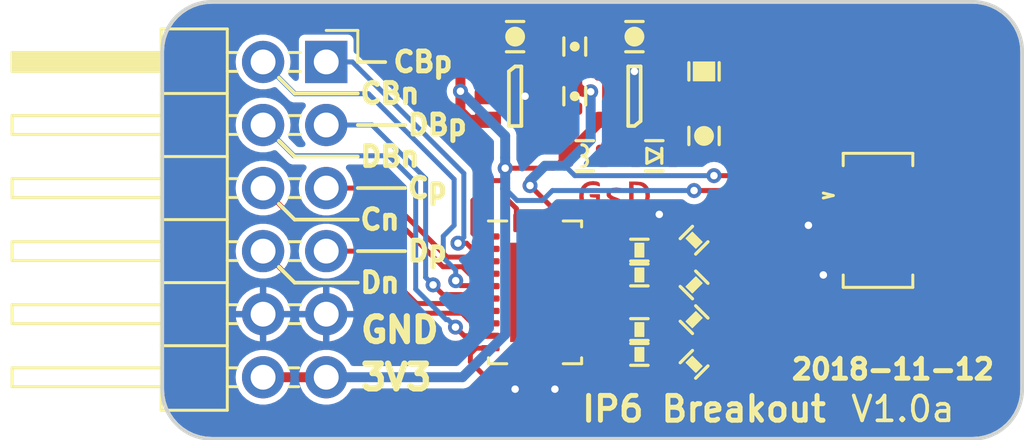
<source format=kicad_pcb>
(kicad_pcb (version 20221018) (generator pcbnew)
  (title_block (title "iCEBreaker PMOD - MIPI ipod nano 6 breakout") (date "2018-11-04") (rev "V1.0a") (company "GsD") (comment 1 "2018 (C) Greg Davill<greg.davill@gmail.com>") (comment 3 "License: CC-BY-SA 4.0"))
  (layers (0 "F.Cu" signal) (31 "B.Cu" signal) (34 "B.Paste" user) (35 "F.Paste" user) (36 "B.SilkS" user "B.Silkscreen") (37 "F.SilkS" user "F.Silkscreen") (38 "B.Mask" user) (39 "F.Mask" user) (44 "Edge.Cuts" user))
  (net 0 "")
  (net 1 "GND")
  (net 2 "+3V3")
  (net 3 "/DAT_BIAS_P")
  (net 4 "/DAT_BIAS_N")
  (net 5 "/CLK_BIAS_N")
  (net 6 "/CLK_BIAS_P")
  (net 7 "/CLK_N")
  (net 8 "/CLK_P")
  (net 9 "/D0_N")
  (net 10 "/D0_P")
  (net 11 "/LED+")
  (net 12 "Net-(D1-Pad2)")
  (net 13 "+1V8")
  (net 14 "/SYNC")
  (net 15 "Net-(U3-Pad4)")
  (net 16 "/LED-")
  (net 17 "/_DAT_BIAS_P")
  (net 18 "/_DAT_BIAS_N")
  (net 19 "/_CLK_BIAS_N")
  (net 20 "/_CLK_BIAS_P")
  (net 21 "/_D0_N")
  (net 22 "/_D0_P")
  (net 23 "/_CLK_N")
  (net 24 "/_CLK_P")
  (net 25 "/LCD_CLK_P")
  (net 26 "/LCD_CLK_N")
  (net 27 "/LCD_D0_P")
  (net 28 "/LCD_D0_N")
  (footprint "pkl_connectors:PMODHeader_2x06_P2.54mm_Horizontal" (layer "F.Cu") (at 44 38.92 180)
    (fp_text reference "J4")
    (fp_text value "PMOD")
    (pad "1" thru_hole rect (at 0 12.7 180) (size 1.7 1.7) (drill 1) (layers "*.Cu" "*.Mask") (net 20 "/_CLK_BIAS_P"))
    (pad "2" thru_hole oval (at 0 10.16 180) (size 1.7 1.7) (drill 1) (layers "*.Cu" "*.Mask") (net 17 "/_DAT_BIAS_P"))
    (pad "3" thru_hole oval (at 0 7.62 180) (size 1.7 1.7) (drill 1) (layers "*.Cu" "*.Mask") (net 24 "/_CLK_P"))
    (pad "4" thru_hole oval (at 0 5.08 180) (size 1.7 1.7) (drill 1) (layers "*.Cu" "*.Mask") (net 22 "/_D0_P"))
    (pad "5" thru_hole oval (at 0 2.54 180) (size 1.7 1.7) (drill 1) (layers "*.Cu" "*.Mask") (net 1 "GND"))
    (pad "6" thru_hole circle (at 0 0 180) (size 1.7 1.7) (drill 1) (layers "*.Cu" "*.Mask") (net 2 "+3V3"))
    (pad "7" thru_hole circle (at 2.54 12.7 180) (size 1.7 1.7) (drill 1) (layers "*.Cu" "*.Mask") (net 19 "/_CLK_BIAS_N"))
    (pad "8" thru_hole oval (at 2.54 10.16 180) (size 1.7 1.7) (drill 1) (layers "*.Cu" "*.Mask") (net 18 "/_DAT_BIAS_N"))
    (pad "9" thru_hole oval (at 2.54 7.62 180) (size 1.7 1.7) (drill 1) (layers "*.Cu" "*.Mask") (net 23 "/_CLK_N"))
    (pad "10" thru_hole oval (at 2.54 5.08 180) (size 1.7 1.7) (drill 1) (layers "*.Cu" "*.Mask") (net 21 "/_D0_N"))
    (pad "11" thru_hole oval (at 2.54 2.54 180) (size 1.7 1.7) (drill 1) (layers "*.Cu" "*.Mask") (net 1 "GND"))
    (pad "12" thru_hole oval (at 2.54 0 180) (size 1.7 1.7) (drill 1) (layers "*.Cu" "*.Mask") (net 2 "+3V3"))
  )
  (footprint "pkl_dipol:C_0603" (layer "F.Cu") (at 56.4 25.2)
    (fp_text reference "C2")
    (fp_text value "10u")
    (pad "1" smd roundrect (at -0.75 0) (size 0.6 0.9) (layers "F.Cu" "F.Paste" "F.Mask") (net 2 "+3V3"))
    (pad "2" smd roundrect (at 0.75 0) (size 0.6 0.9) (layers "F.Cu" "F.Paste" "F.Mask") (net 1 "GND"))
  )
  (footprint "pkl_dipol:C_0402" (layer "F.Cu") (at 54 25.6 90)
    (fp_text reference "C6")
    (fp_text value "100n")
    (pad "1" smd roundrect (at -0.5 0 90) (size 0.5 0.6) (layers "F.Cu" "F.Paste" "F.Mask") (net 2 "+3V3"))
    (pad "2" smd roundrect (at 0.5 0 90) (size 0.5 0.6) (layers "F.Cu" "F.Paste" "F.Mask") (net 1 "GND"))
  )
  (footprint "pkl_dipol:C_0603" (layer "F.Cu") (at 59.2 29.2 90)
    (fp_text reference "C7")
    (fp_text value "1u")
    (pad "1" smd roundrect (at -0.75 0 90) (size 0.6 0.9) (layers "F.Cu" "F.Paste" "F.Mask") (net 11 "/LED+"))
    (pad "2" smd roundrect (at 0.75 0 90) (size 0.6 0.9) (layers "F.Cu" "F.Paste" "F.Mask") (net 1 "GND"))
  )
  (footprint "pkl_dipol:D_0603" (layer "F.Cu") (at 57.2 30 180)
    (fp_text reference "D1")
    (fp_text value "SS14")
    (pad "1" smd roundrect (at -0.75 0) (size 0.6 0.9) (layers "F.Cu" "F.Paste" "F.Mask") (net 11 "/LED+"))
    (pad "2" smd roundrect (at 0.75 0) (size 0.6 0.9) (layers "F.Cu" "F.Paste" "F.Mask") (net 12 "Net-(D1-Pad2)"))
  )
  (footprint "pkl_dipol:L_0603" (layer "F.Cu") (at 54.4 30 180)
    (fp_text reference "L2")
    (fp_text value "10uH")
    (pad "1" smd roundrect (at -0.75 0 180) (size 0.6 0.9) (layers "F.Cu" "F.Paste" "F.Mask") (net 12 "Net-(D1-Pad2)"))
    (pad "2" smd roundrect (at 0.75 0 180) (size 0.6 0.9) (layers "F.Cu" "F.Paste" "F.Mask") (net 2 "+3V3"))
  )
  (footprint "pkl_dipol:R_0603" (layer "F.Cu") (at 59.2 26.600001 -90)
    (fp_text reference "R26")
    (fp_text value "--")
    (pad "1" smd roundrect (at -0.75 0 270) (size 0.6 0.9) (layers "F.Cu" "F.Paste" "F.Mask") (net 16 "/LED-"))
    (pad "2" smd roundrect (at 0.75 0 270) (size 0.6 0.9) (layers "F.Cu" "F.Paste" "F.Mask") (net 1 "GND"))
  )
  (footprint "pkl_housings_sot:SOT-23-5" (layer "F.Cu") (at 56.4 27.599999)
    (fp_text reference "U5")
    (fp_text value "FAN5333A")
    (pad "1" smd roundrect (at 1.1 0.95 180) (size 1.06 0.65) (layers "F.Cu" "F.Paste" "F.Mask") (net 12 "Net-(D1-Pad2)"))
    (pad "2" smd roundrect (at 1.1 0 180) (size 1.06 0.65) (layers "F.Cu" "F.Paste" "F.Mask") (net 1 "GND"))
    (pad "3" smd roundrect (at 1.1 -0.95 180) (size 1.06 0.65) (layers "F.Cu" "F.Paste" "F.Mask") (net 16 "/LED-"))
    (pad "4" smd roundrect (at -1.1 -0.95 180) (size 1.06 0.65) (layers "F.Cu" "F.Paste" "F.Mask") (net 2 "+3V3"))
    (pad "5" smd roundrect (at -1.1 0.95 180) (size 1.06 0.65) (layers "F.Cu" "F.Paste" "F.Mask") (net 2 "+3V3"))
  )
  (footprint "pkl_housings_sot:SOT-23-5" (layer "F.Cu") (at 51.6 27.6 180)
    (fp_text reference "U3")
    (fp_text value "1V8")
    (pad "1" smd roundrect (at 1.1 0.95) (size 1.06 0.65) (layers "F.Cu" "F.Paste" "F.Mask") (net 2 "+3V3"))
    (pad "2" smd roundrect (at 1.1 0) (size 1.06 0.65) (layers "F.Cu" "F.Paste" "F.Mask") (net 1 "GND"))
    (pad "3" smd roundrect (at 1.1 -0.95) (size 1.06 0.65) (layers "F.Cu" "F.Paste" "F.Mask") (net 2 "+3V3"))
    (pad "4" smd roundrect (at -1.1 -0.95) (size 1.06 0.65) (layers "F.Cu" "F.Paste" "F.Mask") (net 15 "Net-(U3-Pad4)"))
    (pad "5" smd roundrect (at -1.1 0.95) (size 1.06 0.65) (layers "F.Cu" "F.Paste" "F.Mask") (net 13 "+1V8"))
  )
  (footprint "LOGO" (layer "F.Cu") (at 55.6 31.7)
    (fp_text reference "G***" hide)
    (fp_text value "LOGO" hide)
    (fp_poly (pts (xy 0.809625 -0.656049) (xy 0.948894 -0.652824) (xy 1.055352 -0.641742) (xy 1.138164 -0.620435) (xy 1.206496 -0.586535) (xy 1.269512 -0.537672) (xy 1.270237 -0.537018) (xy 1.340037 -0.45732) (xy 1.386054 -0.362298) (xy 1.410458 -0.244688) (xy 1.415419 -0.097228) (xy 1.413931 -0.056017) (xy 1.39408 0.106816) (xy 1.349894 0.237949) (xy 1.279148 0.339287) (xy 1.179619 0.412731) (xy 1.049083 0.460187) (xy 0.885316 0.483556) (xy 0.779803 0.486833) (xy 0.592667 0.486833) (xy 0.592667 0.338667) (xy 0.762 0.338667) (xy 0.884039 0.338667) (xy 0.998972 0.327347) (xy 1.079303 0.299395) (xy 1.160578 0.233792) (xy 1.215228 0.137724) (xy 1.243868 0.009786) (xy 1.248834 -0.087568) (xy 1.23982 -0.236059) (xy 1.21085 -0.349515) (xy 1.159033 -0.431642) (xy 1.081476 -0.486148) (xy 0.975288 -0.516738) (xy 0.908005 -0.524408) (xy 0.762 -0.534855) (xy 0.762 0.338667) (xy 0.592667 0.338667) (xy 0.592667 -0.656167) (xy 0.809625 -0.656049)) (stroke (width 0.01)) (fill solid) (layer "F.Cu"))
    (fp_poly (pts (xy -0.729586 -0.662399) (xy -0.677333 -0.647505) (xy -0.626418 -0.62313) (xy -0.603622 -0.588205) (xy -0.59668 -0.543282) (xy -0.593267 -0.492195) (xy -0.600915 -0.471095) (xy -0.629252 -0.474961) (xy -0.684652 -0.497417) (xy -0.793084 -0.52487) (xy -0.911313 -0.52619) (xy -1.021487 -0.502134) (xy -1.067329 -0.481194) (xy -1.152001 -0.414193) (xy -1.209167 -0.323118) (xy -1.240724 -0.203739) (xy -1.248833 -0.077437) (xy -1.235812 0.076285) (xy -1.196686 0.196724) (xy -1.131367 0.283993) (xy -1.039764 0.338206) (xy -0.921786 0.359477) (xy -0.902158 0.359833) (xy -0.827591 0.358133) (xy -0.78048 0.347764) (xy -0.754524 0.320825) (xy -0.743421 0.269416) (xy -0.740872 0.185636) (xy -0.740833 0.157542) (xy -0.740833 -0.019054) (xy -0.862541 -0.025402) (xy -0.931356 -0.030401) (xy -0.968596 -0.039801) (xy -0.985008 -0.059004) (xy -0.990947 -0.089958) (xy -0.997645 -0.148167) (xy -0.592666 -0.148167) (xy -0.592666 0.440359) (xy -0.661458 0.46483) (xy -0.746414 0.485276) (xy -0.850823 0.496713) (xy -0.957542 0.498477) (xy -1.049423 0.489902) (xy -1.085247 0.481267) (xy -1.208581 0.422253) (xy -1.302342 0.335079) (xy -1.367447 0.218338) (xy -1.404808 0.070623) (xy -1.413852 -0.024121) (xy -1.40885 -0.20249) (xy -1.373738 -0.351868) (xy -1.307754 -0.47377) (xy -1.210142 -0.569709) (xy -1.111404 -0.627564) (xy -0.992941 -0.664104) (xy -0.859141 -0.676016) (xy -0.729586 -0.662399)) (stroke (width 0.01)) (fill solid) (layer "F.Cu"))
    (fp_poly (pts (xy 0.162577 -0.408638) (xy 0.231651 -0.397665) (xy 0.269226 -0.38476) (xy 0.285863 -0.363181) (xy 0.292122 -0.326181) (xy 0.292151 -0.325883) (xy 0.298552 -0.260216) (xy 0.140244 -0.270375) (xy 0.023554 -0.274289) (xy -0.058453 -0.267638) (xy -0.112413 -0.249068) (xy -0.144962 -0.217221) (xy -0.1483 -0.211417) (xy -0.159408 -0.158528) (xy -0.131713 -0.111118) (xy -0.063856 -0.06759) (xy -0.005378 -0.043426) (xy 0.120986 0.004376) (xy 0.212326 0.044812) (xy 0.274186 0.082617) (xy 0.312111 0.122522) (xy 0.331646 0.16926) (xy 0.338334 0.227561) (xy 0.338667 0.250217) (xy 0.332061 0.319458) (xy 0.306108 0.369754) (xy 0.275785 0.401589) (xy 0.193201 0.454029) (xy 0.081845 0.489442) (xy -0.047579 0.506087) (xy -0.184364 0.50222) (xy -0.264583 0.489528) (xy -0.310364 0.472303) (xy -0.330277 0.436937) (xy -0.334784 0.40645) (xy -0.341485 0.336834) (xy -0.228951 0.353625) (xy -0.077646 0.369325) (xy 0.038464 0.366191) (xy 0.11832 0.344321) (xy 0.151534 0.318598) (xy 0.179753 0.277874) (xy 0.1905 0.251655) (xy 0.170586 0.212403) (xy 0.114686 0.169922) (xy 0.028559 0.127998) (xy -0.031142 0.106035) (xy -0.115912 0.072019) (xy -0.195079 0.030549) (xy -0.245396 -0.004577) (xy -0.292577 -0.05312) (xy -0.313312 -0.100997) (xy -0.3175 -0.159315) (xy -0.298442 -0.24985) (xy -0.244324 -0.323152) (xy -0.159727 -0.376842) (xy -0.04923 -0.40854) (xy 0.082583 -0.415868) (xy 0.162577 -0.408638)) (stroke (width 0.01)) (fill solid) (layer "F.Cu"))
  )
  (footprint "pkl_dipol:R_0402" (layer "F.Cu") (at 58.8 36.6 135)
    (fp_text reference "R15")
    (fp_text value "47R")
    (pad "1" smd roundrect (at -0.499999 0 135) (size 0.5 0.6) (layers "F.Cu" "F.Paste" "F.Mask") (net 27 "/LCD_D0_P"))
    (pad "2" smd roundrect (at 0.499999 0 135) (size 0.5 0.6) (layers "F.Cu" "F.Paste" "F.Mask") (net 3 "/DAT_BIAS_P"))
  )
  (footprint "pkl_dipol:R_0402" (layer "F.Cu") (at 56.6 38 180)
    (fp_text reference "R4")
    (fp_text value "220R")
    (pad "1" smd roundrect (at -0.5 0 180) (size 0.5 0.6) (layers "F.Cu" "F.Paste" "F.Mask") (net 28 "/LCD_D0_N"))
    (pad "2" smd roundrect (at 0.5 0 180) (size 0.5 0.6) (layers "F.Cu" "F.Paste" "F.Mask") (net 9 "/D0_N"))
  )
  (footprint "pkl_dipol:R_0402" (layer "F.Cu") (at 58.8 38.4 -135)
    (fp_text reference "R16")
    (fp_text value "47R")
    (pad "1" smd roundrect (at -0.499999 0 225) (size 0.5 0.6) (layers "F.Cu" "F.Paste" "F.Mask") (net 28 "/LCD_D0_N"))
    (pad "2" smd roundrect (at 0.499999 0 225) (size 0.5 0.6) (layers "F.Cu" "F.Paste" "F.Mask") (net 4 "/DAT_BIAS_N"))
  )
  (footprint "pkl_dipol:R_0402" (layer "F.Cu") (at 56.6 37 180)
    (fp_text reference "R3")
    (fp_text value "220R")
    (pad "1" smd roundrect (at -0.5 0 180) (size 0.5 0.6) (layers "F.Cu" "F.Paste" "F.Mask") (net 27 "/LCD_D0_P"))
    (pad "2" smd roundrect (at 0.5 0 180) (size 0.5 0.6) (layers "F.Cu" "F.Paste" "F.Mask") (net 10 "/D0_P"))
  )
  (footprint "pkl_dipol:R_0402" (layer "F.Cu") (at 58.8 35.2 -45)
    (fp_text reference "R12")
    (fp_text value "47R")
    (pad "1" smd roundrect (at -0.499999 0 315) (size 0.5 0.6) (layers "F.Cu" "F.Paste" "F.Mask") (net 26 "/LCD_CLK_N"))
    (pad "2" smd roundrect (at 0.499999 0 315) (size 0.5 0.6) (layers "F.Cu" "F.Paste" "F.Mask") (net 5 "/CLK_BIAS_N"))
  )
  (footprint "pkl_dipol:R_0402" (layer "F.Cu") (at 58.799999 33.4 45)
    (fp_text reference "R11")
    (fp_text value "47R")
    (pad "1" smd roundrect (at -0.499999 0 45) (size 0.5 0.6) (layers "F.Cu" "F.Paste" "F.Mask") (net 25 "/LCD_CLK_P"))
    (pad "2" smd roundrect (at 0.499999 0 45) (size 0.5 0.6) (layers "F.Cu" "F.Paste" "F.Mask") (net 6 "/CLK_BIAS_P"))
  )
  (footprint "pkl_dipol:R_0402" (layer "F.Cu") (at 56.6 33.8 180)
    (fp_text reference "R5")
    (fp_text value "220R")
    (pad "1" smd roundrect (at -0.5 0 180) (size 0.5 0.6) (layers "F.Cu" "F.Paste" "F.Mask") (net 25 "/LCD_CLK_P"))
    (pad "2" smd roundrect (at 0.5 0 180) (size 0.5 0.6) (layers "F.Cu" "F.Paste" "F.Mask") (net 8 "/CLK_P"))
  )
  (footprint "pkl_dipol:R_0402" (layer "F.Cu") (at 56.6 34.8 180)
    (fp_text reference "R6")
    (fp_text value "220R")
    (pad "1" smd roundrect (at -0.5 0 180) (size 0.5 0.6) (layers "F.Cu" "F.Paste" "F.Mask") (net 26 "/LCD_CLK_N"))
    (pad "2" smd roundrect (at 0.5 0 180) (size 0.5 0.6) (layers "F.Cu" "F.Paste" "F.Mask") (net 7 "/CLK_N"))
  )
  (footprint "Molex_SlimStack-502430-1410_2x07_P0.4mm_Vertical" (layer "F.Cu") (at 66.2 32.6 -90)
    (fp_text reference "J1" (at 0 -2.39 270) (layer "F.SilkS") (effects (font (size 0 0))))
    (fp_text value "Molex 503548-1220")
    (pad "1" smd rect (at -1 1.235 270) (size 0.22 0.66) (layers "F.Cu" "F.Paste" "F.Mask") (net 25 "/LCD_CLK_P"))
    (pad "2" smd rect (at -1 -1.235 270) (size 0.22 0.66) (layers "F.Cu" "F.Paste" "F.Mask") (net 2 "+3V3"))
    (pad "3" smd rect (at -0.6 1.235 270) (size 0.22 0.66) (layers "F.Cu" "F.Paste" "F.Mask") (net 26 "/LCD_CLK_N"))
    (pad "4" smd rect (at -0.6 -1.235 270) (size 0.22 0.66) (layers "F.Cu" "F.Paste" "F.Mask") (net 13 "+1V8"))
    (pad "5" smd rect (at -0.2 1.235 270) (size 0.22 0.66) (layers "F.Cu" "F.Paste" "F.Mask") (net 1 "GND"))
    (pad "6" smd rect (at -0.2 -1.235 270) (size 0.22 0.66) (layers "F.Cu" "F.Paste" "F.Mask") (net 14 "/SYNC"))
    (pad "7" smd rect (at 0.2 1.235 270) (size 0.22 0.66) (layers "F.Cu" "F.Paste" "F.Mask") (net 27 "/LCD_D0_P"))
    (pad "8" smd rect (at 0.2 -1.235 270) (size 0.22 0.66) (layers "F.Cu" "F.Paste" "F.Mask") (net 13 "+1V8"))
    (pad "9" smd rect (at 0.6 1.235 270) (size 0.22 0.66) (layers "F.Cu" "F.Paste" "F.Mask") (net 28 "/LCD_D0_N"))
    (pad "10" smd rect (at 0.6 -1.235 270) (size 0.22 0.66) (layers "F.Cu" "F.Paste" "F.Mask") (net 11 "/LED+"))
    (pad "11" smd rect (at 1 1.235 270) (size 0.22 0.66) (layers "F.Cu" "F.Paste" "F.Mask") (net 1 "GND"))
    (pad "12" smd rect (at 1 -1.235 270) (size 0.22 0.66) (layers "F.Cu" "F.Paste" "F.Mask") (net 16 "/LED-"))
    (pad "13" smd rect (at -1.74 -1.195 270) (size 0.5 0.47) (layers "F.Cu" "F.Paste" "F.Mask"))
    (pad "13" smd rect (at -1.74 1.195 270) (size 0.5 0.47) (layers "F.Cu" "F.Paste" "F.Mask"))
    (pad "13" smd rect (at 1.74 -1.195 270) (size 0.5 0.47) (layers "F.Cu" "F.Paste" "F.Mask"))
    (pad "13" smd rect (at 1.74 1.195 270) (size 0.5 0.47) (layers "F.Cu" "F.Paste" "F.Mask"))
  )
  (footprint "pkl_dipol:C_0603" (layer "F.Cu") (at 51.6 25.2)
    (fp_text reference "C1")
    (fp_text value "10u")
    (pad "1" smd roundrect (at -0.75 0) (size 0.6 0.9) (layers "F.Cu" "F.Paste" "F.Mask") (net 2 "+3V3"))
    (pad "2" smd roundrect (at 0.75 0) (size 0.6 0.9) (layers "F.Cu" "F.Paste" "F.Mask") (net 1 "GND"))
  )
  (footprint "pkl_dipol:C_0402" (layer "F.Cu") (at 54 27.6 -90)
    (fp_text reference "C8")
    (fp_text value "100n")
    (pad "1" smd roundrect (at -0.5 0 270) (size 0.5 0.6) (layers "F.Cu" "F.Paste" "F.Mask") (net 13 "+1V8"))
    (pad "2" smd roundrect (at 0.5 0 270) (size 0.5 0.6) (layers "F.Cu" "F.Paste" "F.Mask") (net 1 "GND"))
  )
  (footprint "pkl_housings_dfn_qfn:DHVQFN-24-1EP_5.5x3.5mm_P0.5mm" (layer "F.Cu") (at 52.4 35.5)
    (fp_text reference "U1" (at 0 -4.175) (layer "F.SilkS") (effects (font (size 0 0))))
    (fp_text value "74LVC4245A")
    (pad "1" smd roundrect (at -0.75 -2.8 90) (size 0.75 0.25) (layers "F.Cu" "F.Paste" "F.Mask") (net 2 "+3V3"))
    (pad "2" smd roundrect (at -1.8 -2.25) (size 0.75 0.25) (layers "F.Cu" "F.Paste" "F.Mask") (net 2 "+3V3"))
    (pad "3" smd roundrect (at -1.8 -1.75) (size 0.75 0.25) (layers "F.Cu" "F.Paste" "F.Mask") (net 20 "/_CLK_BIAS_P"))
    (pad "4" smd roundrect (at -1.8 -1.25) (size 0.75 0.25) (layers "F.Cu" "F.Paste" "F.Mask") (net 24 "/_CLK_P"))
    (pad "5" smd roundrect (at -1.8 -0.75) (size 0.75 0.25) (layers "F.Cu" "F.Paste" "F.Mask") (net 23 "/_CLK_N"))
    (pad "6" smd roundrect (at -1.8 -0.25) (size 0.75 0.25) (layers "F.Cu" "F.Paste" "F.Mask") (net 19 "/_CLK_BIAS_N"))
    (pad "7" smd roundrect (at -1.8 0.25) (size 0.75 0.25) (layers "F.Cu" "F.Paste" "F.Mask") (net 17 "/_DAT_BIAS_P"))
    (pad "8" smd roundrect (at -1.8 0.75) (size 0.75 0.25) (layers "F.Cu" "F.Paste" "F.Mask") (net 22 "/_D0_P"))
    (pad "9" smd roundrect (at -1.8 1.25) (size 0.75 0.25) (layers "F.Cu" "F.Paste" "F.Mask") (net 21 "/_D0_N"))
    (pad "10" smd roundrect (at -1.8 1.75) (size 0.75 0.25) (layers "F.Cu" "F.Paste" "F.Mask") (net 18 "/_DAT_BIAS_N"))
    (pad "11" smd roundrect (at -1.8 2.25) (size 0.75 0.25) (layers "F.Cu" "F.Paste" "F.Mask") (net 1 "GND"))
    (pad "12" smd roundrect (at -0.75 2.8 90) (size 0.75 0.25) (layers "F.Cu" "F.Paste" "F.Mask") (net 1 "GND"))
    (pad "13" smd roundrect (at 0.75 2.8 90) (size 0.75 0.25) (layers "F.Cu" "F.Paste" "F.Mask") (net 1 "GND"))
    (pad "14" smd roundrect (at 1.8 2.25) (size 0.75 0.25) (layers "F.Cu" "F.Paste" "F.Mask") (net 4 "/DAT_BIAS_N"))
    (pad "15" smd roundrect (at 1.8 1.75) (size 0.75 0.25) (layers "F.Cu" "F.Paste" "F.Mask") (net 9 "/D0_N"))
    (pad "16" smd roundrect (at 1.8 1.25) (size 0.75 0.25) (layers "F.Cu" "F.Paste" "F.Mask") (net 10 "/D0_P"))
    (pad "17" smd roundrect (at 1.8 0.75) (size 0.75 0.25) (layers "F.Cu" "F.Paste" "F.Mask") (net 3 "/DAT_BIAS_P"))
    (pad "18" smd roundrect (at 1.8 0.25) (size 0.75 0.25) (layers "F.Cu" "F.Paste" "F.Mask") (net 5 "/CLK_BIAS_N"))
    (pad "19" smd roundrect (at 1.8 -0.25) (size 0.75 0.25) (layers "F.Cu" "F.Paste" "F.Mask") (net 7 "/CLK_N"))
    (pad "20" smd roundrect (at 1.8 -0.75) (size 0.75 0.25) (layers "F.Cu" "F.Paste" "F.Mask") (net 8 "/CLK_P"))
    (pad "21" smd roundrect (at 1.8 -1.25) (size 0.75 0.25) (layers "F.Cu" "F.Paste" "F.Mask") (net 6 "/CLK_BIAS_P"))
    (pad "22" smd roundrect (at 1.8 -1.75) (size 0.75 0.25) (layers "F.Cu" "F.Paste" "F.Mask") (net 1 "GND"))
    (pad "23" smd roundrect (at 1.8 -2.25) (size 0.75 0.25) (layers "F.Cu" "F.Paste" "F.Mask") (net 13 "+1V8"))
    (pad "24" smd roundrect (at 0.75 -2.8 90) (size 0.75 0.25) (layers "F.Cu" "F.Paste" "F.Mask") (net 13 "+1V8"))
    (pad "25" smd rect (at 0 0) (size 2 4) (layers "F.Cu" "F.Mask") (net 1 "GND"))
  )
  (gr_line (start 45.27 28.76) (end 47.175 28.76) (stroke (width 0.15)) (layer "F.SilkS"))
  (gr_line (start 42.73 30.03) (end 45.27 30.03) (stroke (width 0.15)) (layer "F.SilkS"))
  (gr_line (start 42.73 35.11) (end 45.27 35.11) (stroke (width 0.15)) (layer "F.SilkS"))
  (gr_line (start 45.27 33.84) (end 47.175 33.84) (stroke (width 0.15)) (layer "F.SilkS"))
  (gr_line (start 42.73 27.49) (end 45.27 27.49) (stroke (width 0.15)) (layer "F.SilkS"))
  (gr_line (start 42.73 32.57) (end 45.27 32.57) (stroke (width 0.15)) (layer "F.SilkS"))
  (gr_line (start 45.27 26.22) (end 46.375 26.225) (stroke (width 0.15)) (layer "F.SilkS"))
  (gr_line (start 42.095 26.855) (end 42.73 27.49) (stroke (width 0.15)) (layer "F.SilkS"))
  (gr_line (start 42.095 34.475) (end 42.73 35.11) (stroke (width 0.15)) (layer "F.SilkS"))
  (gr_line (start 42.095 29.395) (end 42.73 30.03) (stroke (width 0.15)) (layer "F.SilkS"))
  (gr_line (start 42.095 31.935) (end 42.73 32.57) (stroke (width 0.15)) (layer "F.SilkS"))
  (gr_line (start 45.27 31.3) (end 47.175 31.3) (stroke (width 0.15)) (layer "F.SilkS"))
  (gr_line (start 48 41.4) (end 70 41.4) (stroke (width 0.15)) (layer "Edge.Cuts"))
  (gr_arc (start 39.4 41.4) (mid 37.985786 40.814214) (end 37.4 39.4) (stroke (width 0.15)) (layer "Edge.Cuts"))
  (gr_arc (start 70 23.8) (mid 71.414214 24.385786) (end 72 25.8) (stroke (width 0.15)) (layer "Edge.Cuts"))
  (gr_arc (start 37.4 25.8) (mid 37.985786 24.385786) (end 39.4 23.8) (stroke (width 0.15)) (layer "Edge.Cuts"))
  (gr_line (start 72 25.8) (end 72 39.4) (stroke (width 0.15)) (layer "Edge.Cuts"))
  (gr_arc (start 72 39.4) (mid 71.414214 40.814214) (end 70 41.4) (stroke (width 0.15)) (layer "Edge.Cuts"))
  (gr_line (start 37.4 39.4) (end 37.4 25.8) (stroke (width 0.15)) (layer "Edge.Cuts"))
  (gr_line (start 48 41.4) (end 39.4 41.4) (stroke (width 0.15)) (layer "Edge.Cuts"))
  (gr_line (start 39.4 23.8) (end 70 23.8) (stroke (width 0.15)) (layer "Edge.Cuts"))
  (gr_text "V1.0a" (at 67.2 40.2) (layer "F.SilkS") (effects (font (size 1 1))))
  (gr_text "CBp" (at 46.6 26.22) (layer "F.SilkS") (effects (font (size 0.8 0.8) (thickness 0.2)) (justify left)))
  (gr_text "CBn" (at 45.27 27.49) (layer "F.SilkS") (effects (font (size 0.8 0.8) (thickness 0.2)) (justify left)))
  (gr_text "DBp\n" (at 47.175 28.76) (layer "F.SilkS") (effects (font (size 0.8 0.8) (thickness 0.2)) (justify left)))
  (gr_text "DBn" (at 45.27 30.03) (layer "F.SilkS") (effects (font (size 0.8 0.8) (thickness 0.2)) (justify left)))
  (gr_text "Cp" (at 47.175 31.3) (layer "F.SilkS") (effects (font (size 0.8 0.8) (thickness 0.2)) (justify left)))
  (gr_text "Cn" (at 45.27 32.57) (layer "F.SilkS") (effects (font (size 0.8 0.8) (thickness 0.2)) (justify left)))
  (gr_text "3V3" (at 45.27 38.92) (layer "F.SilkS") (effects (font (size 1 1) (thickness 0.25)) (justify left)))
  (gr_text "GND" (at 45.27 37.015) (layer "F.SilkS") (effects (font (size 1 1) (thickness 0.25)) (justify left)))
  (gr_text "Dp" (at 47.175 33.84) (layer "F.SilkS") (effects (font (size 0.8 0.8) (thickness 0.2)) (justify left)))
  (gr_text "Dn" (at 45.27 35.11) (layer "F.SilkS") (effects (font (size 0.8 0.8) (thickness 0.2)) (justify left)))
  (gr_text "2018-11-12" (at 66.8 38.6) (layer "F.SilkS") (effects (font (size 0.8 0.8) (thickness 0.2))))
  (gr_text "IP6 Breakout" (at 59.2 40.2) (layer "F.SilkS") (effects (font (size 1 1) (thickness 0.2))))
  (segment (start 49.8 38.3) (end 50.4 38.9) (width 0.2) (layer "F.Cu") (net 1))
  (segment (start 51.65 38.3) (end 51.65 38.9) (width 0.2) (layer "F.Cu") (net 1))
  (segment (start 64.965 32.4) (end 63.8 32.4) (width 0.2) (layer "F.Cu") (net 1))
  (segment (start 50.6 37.75) (end 50.025 37.75) (width 0.2) (layer "F.Cu") (net 1))
  (segment (start 51.8 25.75) (end 52.35 25.2) (width 0.4) (layer "F.Cu") (net 1))
  (segment (start 59.2 28.45) (end 59.2 27.350001) (width 0.4) (layer "F.Cu") (net 1))
  (segment (start 49.8 37.975) (end 49.8 38.3) (width 0.2) (layer "F.Cu") (net 1))
  (segment (start 51.65 36.25) (end 52.4 35.5) (width 0.2) (layer "F.Cu") (net 1))
  (segment (start 51.8 27.6) (end 51.8 25.75) (width 0.4) (layer "F.Cu") (net 1))
  (segment (start 50.025 37.75) (end 49.8 37.975) (width 0.2) (layer "F.Cu") (net 1))
  (segment (start 50.5 27.6) (end 51.8 27.6) (width 0.4) (layer "F.Cu") (net 1))
  (segment (start 57.15 25.45) (end 56.4 26.2) (width 0.4) (layer "F.Cu") (net 1))
  (segment (start 53.018942 27.6) (end 53.518942 28.1) (width 0.4) (layer "F.Cu") (net 1))
  (segment (start 53.15 36.25) (end 52.4 35.5) (width 0.2) (layer "F.Cu") (net 1))
  (segment (start 53.15 38.3) (end 53.15 39.35) (width 0.2) (layer "F.Cu") (net 1))
  (segment (start 53.15 39.35) (end 53.2 39.4) (width 0.2) (layer "F.Cu") (net 1))
  (segment (start 64.965 33.6) (end 64.6 33.6) (width 0.2) (layer "F.Cu") (net 1))
  (segment (start 54 25.1) (end 53.3 25.1) (width 0.4) (layer "F.Cu") (net 1))
  (segment (start 52.35 25.2) (end 53.2 25.2) (width 0.4) (layer "F.Cu") (net 1))
  (segment (start 58.4 27.599999) (end 57.5 27.599999) (width 0.4) (layer "F.Cu") (net 1))
  (segment (start 56.4 27.2) (end 56.4 26.6) (width 0.4) (layer "F.Cu") (net 1))
  (segment (start 53.518942 28.1) (end 54 28.1) (width 0.4) (layer "F.Cu") (net 1))
  (segment (start 64 34.2) (end 64 34.8) (width 0.2) (layer "F.Cu") (net 1))
  (segment (start 50.4 38.9) (end 51.65 38.9) (width 0.2) (layer "F.Cu") (net 1))
  (segment (start 51.8 27.6) (end 52 27.6) (width 0.4) (layer "F.Cu") (net 1))
  (segment (start 54.2 33.75) (end 54.78413 33.75) (width 0.2) (layer "F.Cu") (net 1))
  (segment (start 51.65 38.9) (end 51.65 39.35) (width 0.2) (layer "F.Cu") (net 1))
  (segment (start 51.65 38.3) (end 51.65 36.25) (width 0.2) (layer "F.Cu") (net 1))
  (segment (start 56.4 26.6) (end 56.4 26.2) (width 0.4) (layer "F.Cu") (net 1))
  (segment (start 51.65 39.35) (end 51.6 39.4) (width 0.2) (layer "F.Cu") (net 1))
  (segment (start 53.3 25.1) (end 53.2 25.2) (width 0.4) (layer "F.Cu") (net 1))
  (segment (start 57.159999 32.6) (end 57.4 32.359999) (width 0.2) (layer "F.Cu") (net 1))
  (segment (start 53.15 38.3) (end 53.15 36.25) (width 0.2) (layer "F.Cu") (net 1))
  (segment (start 59.2 27.350001) (end 58.65 27.350001) (width 0.4) (layer "F.Cu") (net 1))
  (segment (start 52 27.6) (end 53.018942 27.6) (width 0.4) (layer "F.Cu") (net 1))
  (segment (start 57.15 25.2) (end 57.15 25.45) (width 0.4) (layer "F.Cu") (net 1))
  (segment (start 54.78413 33.75) (end 55.93413 32.6) (width 0.2) (layer "F.Cu") (net 1))
  (segment (start 64.6 33.6) (end 64 34.2) (width 0.2) (layer "F.Cu") (net 1))
  (segment (start 56.799999 27.599999) (end 56.4 27.2) (width 0.4) (layer "F.Cu") (net 1))
  (segment (start 58.65 27.350001) (end 58.4 27.599999) (width 0.4) (layer "F.Cu") (net 1))
  (segment (start 63.8 32.4) (end 63.4 32.8) (width 0.2) (layer "F.Cu") (net 1))
  (segment (start 57.5 27.599999) (end 56.799999 27.599999) (width 0.4) (layer "F.Cu") (net 1))
  (segment (start 55.93413 32.6) (end 57.159999 32.6) (width 0.2) (layer "F.Cu") (net 1))
  (via (at 53.2 39.4) (size 0.6) (drill 0.3) (layers "F.Cu" "B.Cu") (net 1))
  (via (at 51.6 39.4) (size 0.6) (drill 0.3) (layers "F.Cu" "B.Cu") (net 1))
  (via (at 57.4 32.359999) (size 0.6) (drill 0.3) (layers "F.Cu" "B.Cu") (net 1))
  (via (at 52 27.6) (size 0.6) (drill 0.3) (layers "F.Cu" "B.Cu") (net 1))
  (via (at 63.4 32.8) (size 0.6) (drill 0.3) (layers "F.Cu" "B.Cu") (net 1))
  (via (at 64 34.8) (size 0.6) (drill 0.3) (layers "F.Cu" "B.Cu") (net 1))
  (via (at 56.4 26.6) (size 0.6) (drill 0.3) (layers "F.Cu" "B.Cu") (net 1))
  (segment (start 49.4 26.6) (end 49.4 25.6) (width 0.4) (layer "F.Cu") (net 2))
  (segment (start 51.199988 31.674988) (end 51.199988 31.000012) (width 0.2) (layer "F.Cu") (net 2))
  (segment (start 49.45 26.65) (end 49.4 26.6) (width 0.4) (layer "F.Cu") (net 2))
  (segment (start 50.6 33.25) (end 50.025 33.25) (width 0.2) (layer "F.Cu") (net 2))
  (segment (start 49.9 31.8) (end 50.699988 31.000012) (width 0.2) (layer "F.Cu") (net 2))
  (segment (start 51.199988 31.000012) (end 51.199988 30.5) (width 0.2) (layer "F.Cu") (net 2))
  (segment (start 65.8 30.2) (end 61.8 30.2) (width 0.2) (layer "F.Cu") (net 2))
  (segment (start 60.6 31.4) (end 58.8 31.4) (width 0.2) (layer "F.Cu") (net 2))
  (segment (start 61.8 30.2) (end 60.6 31.4) (width 0.2) (layer "F.Cu") (net 2))
  (segment (start 53.15 30.5) (end 51.624252 30.5) (width 0.2) (layer "F.Cu") (net 2))
  (segment (start 66 30.4) (end 65.8 30.2) (width 0.2) (layer "F.Cu") (net 2))
  (segment (start 49.4 25.6) (end 49.8 25.2) (width 0.4) (layer "F.Cu") (net 2))
  (segment (start 49.75 28.55) (end 49.4 28.2) (width 0.4) (layer "F.Cu") (net 2))
  (segment (start 66.4 31.6) (end 66 31.2) (width 0.2) (layer "F.Cu") (net 2))
  (segment (start 55.100001 28.549999) (end 53.65 30) (width 0.4) (layer "F.Cu") (net 2))
  (segment (start 55.3 26.649999) (end 55.3 28.549999) (width 0.4) (layer "F.Cu") (net 2))
  (segment (start 49.4 28.2) (end 49.4 27.4) (width 0.4) (layer "F.Cu") (net 2))
  (segment (start 50.699988 31.000012) (end 51.199988 31.000012) (width 0.2) (layer "F.Cu") (net 2))
  (segment (start 51.65 32.125) (end 51.199988 31.674988) (width 0.2) (layer "F.Cu") (net 2))
  (segment (start 55.3 26.649999) (end 55.3 26.2) (width 0.4) (layer "F.Cu") (net 2))
  (segment (start 51.65 32.7) (end 51.65 32.125) (width 0.2) (layer "F.Cu") (net 2))
  (segment (start 41.46 38.92) (end 44 38.92) (width 0.4) (layer "F.Cu") (net 2))
  (segment (start 50.5 26.65) (end 49.45 26.65) (width 0.4) (layer "F.Cu") (net 2))
  (segment (start 55.65 25.75) (end 55.3 26.1) (width 0.4) (layer "F.Cu") (net 2))
  (segment (start 67.435 31.6) (end 66.4 31.6) (width 0.2) (layer "F.Cu") (net 2))
  (segment (start 55.3 26.649999) (end 54.549999 26.649999) (width 0.4) (layer "F.Cu") (net 2))
  (segment (start 55.3 28.549999) (end 55.100001 28.549999) (width 0.4) (layer "F.Cu") (net 2))
  (segment (start 53.65 30) (end 53.15 30.5) (width 0.2) (layer "F.Cu") (net 2))
  (segment (start 50.5 28.55) (end 49.75 28.55) (width 0.4) (layer "F.Cu") (net 2))
  (segment (start 54.549999 26.649999) (end 54 26.1) (width 0.4) (layer "F.Cu") (net 2))
  (segment (start 51.624252 30.5) (end 51.199988 30.5) (width 0.2) (layer "F.Cu") (net 2))
  (segment (start 55.3 26.1) (end 55.3 26.2) (width 0.4) (layer "F.Cu") (net 2))
  (segment (start 66 31.2) (end 66 30.4) (width 0.2) (layer "F.Cu") (net 2))
  (segment (start 55.65 25.2) (end 55.65 25.75) (width 0.4) (layer "F.Cu") (net 2))
  (segment (start 50.025 33.25) (end 49.9 33.125) (width 0.2) (layer "F.Cu") (net 2))
  (segment (start 49.9 33.125) (end 49.9 31.8) (width 0.2) (layer "F.Cu") (net 2))
  (segment (start 49.4 27.4) (end 49.4 26.6) (width 0.4) (layer "F.Cu") (net 2))
  (segment (start 49.8 25.2) (end 50.85 25.2) (width 0.4) (layer "F.Cu") (net 2))
  (via (at 58.8 31.4) (size 0.6) (drill 0.3) (layers "F.Cu" "B.Cu") (net 2))
  (via (at 49.4 27.4) (size 0.6) (drill 0.3) (layers "F.Cu" "B.Cu") (net 2))
  (via (at 51.199988 30.5) (size 0.6) (drill 0.3) (layers "F.Cu" "B.Cu") (net 2))
  (segment (start 51.675735 31.799999) (end 51.2 31.324264) (width 0.2) (layer "B.Cu") (net 2))
  (segment (start 53.099999 31.4) (end 52.7 31.799999) (width 0.2) (layer "B.Cu") (net 2))
  (segment (start 51.199988 30.075736) (end 51.199988 30.5) (width 0.4) (layer "B.Cu") (net 2))
  (segment (start 51.2 37.2) (end 51.2 31.324264) (width 0.4) (layer "B.Cu") (net 2))
  (segment (start 51.2 31.324264) (end 51.199988 31.324252) (width 0.4) (layer "B.Cu") (net 2))
  (segment (start 58.8 31.4) (end 53.099999 31.4) (width 0.2) (layer "B.Cu") (net 2))
  (segment (start 51.199988 30.924264) (end 51.199988 30.5) (width 0.4) (layer "B.Cu") (net 2))
  (segment (start 49.48 38.92) (end 51.2 37.2) (width 0.4) (layer "B.Cu") (net 2))
  (segment (start 51.199988 29.199988) (end 51.199988 30.075736) (width 0.4) (layer "B.Cu") (net 2))
  (segment (start 49.4 27.4) (end 51.199988 29.199988) (width 0.4) (layer "B.Cu") (net 2))
  (segment (start 44 38.92) (end 49.48 38.92) (width 0.4) (layer "B.Cu") (net 2))
  (segment (start 52.7 31.799999) (end 51.675735 31.799999) (width 0.2) (layer "B.Cu") (net 2))
  (segment (start 51.199988 31.324252) (end 51.199988 30.924264) (width 0.4) (layer "B.Cu") (net 2))
  (segment (start 58.442894 36.25) (end 58.446447 36.246447) (width 0.2) (layer "F.Cu") (net 3))
  (segment (start 54.2 36.25) (end 58.442894 36.25) (width 0.2) (layer "F.Cu") (net 3))
  (segment (start 55.4 38.4) (end 55.753553 38.753553) (width 0.2) (layer "F.Cu") (net 4))
  (segment (start 55.753553 38.753553) (end 58.446447 38.753553) (width 0.2) (layer "F.Cu") (net 4))
  (segment (start 55.4 38) (end 55.4 38.4) (width 0.2) (layer "F.Cu") (net 4))
  (segment (start 55.15 37.75) (end 55.4 38) (width 0.2) (layer "F.Cu") (net 4))
  (segment (start 55.15 37.75) (end 54.2 37.75) (width 0.2) (layer "F.Cu") (net 4))
  (segment (start 58.05 35.75) (end 58.246447 35.553553) (width 0.2) (layer "F.Cu") (net 5))
  (segment (start 58.246447 35.553553) (end 59.153553 35.553553) (width 0.2) (layer "F.Cu") (net 5))
  (segment (start 54.2 35.75) (end 58.05 35.75) (width 0.2) (layer "F.Cu") (net 5))
  (segment (start 56.3 33.046447) (end 59.153552 33.046447) (width 0.2) (layer "F.Cu") (net 6))
  (segment (start 56.009065 33.046447) (end 56.3 33.046447) (width 0.2) (layer "F.Cu") (net 6))
  (segment (start 54.2 34.25) (end 54.805512 34.25) (width 0.2) (layer "F.Cu") (net 6))
  (segment (start 54.805512 34.25) (end 56.009065 33.046447) (width 0.2) (layer "F.Cu") (net 6))
  (segment (start 55.201556 35.25) (end 55.651556 34.8) (width 0.2) (layer "F.Cu") (net 7))
  (segment (start 55.651556 34.8) (end 56.1 34.8) (width 0.2) (layer "F.Cu") (net 7))
  (segment (start 54.2 35.25) (end 55.201556 35.25) (width 0.2) (layer "F.Cu") (net 7))
  (segment (start 54.2 34.75) (end 55.15 34.75) (width 0.2) (layer "F.Cu") (net 8))
  (segment (start 55.15 34.75) (end 56.1 33.8) (width 0.2) (layer "F.Cu") (net 8))
  (segment (start 55.35 37.25) (end 54.2 37.25) (width 0.2) (layer "F.Cu") (net 9))
  (segment (start 55.35 37.25) (end 56.1 38) (width 0.2) (layer "F.Cu") (net 9))
  (segment (start 56.1 37) (end 55.651557 37) (width 0.2) (layer "F.Cu") (net 10))
  (segment (start 55.401557 36.75) (end 55.2 36.75) (width 0.2) (layer "F.Cu") (net 10))
  (segment (start 55.2 36.75) (end 54.2 36.75) (width 0.2) (layer "F.Cu") (net 10))
  (segment (start 55.651557 37) (end 55.401557 36.75) (width 0.2) (layer "F.Cu") (net 10))
  (segment (start 58.65 29.95) (end 58.6 30) (width 0.4) (layer "F.Cu") (net 11))
  (segment (start 69 33.2) (end 67.435 33.2) (width 0.2) (layer "F.Cu") (net 11))
  (segment (start 60.45 29.95) (end 60.8 29.6) (width 0.2) (layer "F.Cu") (net 11))
  (segment (start 60.8 29.6) (end 60.8 28.8) (width 0.2) (layer "F.Cu") (net 11))
  (segment (start 68.6 28.2) (end 69.4 29) (width 0.2) (layer "F.Cu") (net 11))
  (segment (start 61.4 28.2) (end 68.6 28.2) (width 0.2) (layer "F.Cu") (net 11))
  (segment (start 69.4 29) (end 69.4 32.8) (width 0.2) (layer "F.Cu") (net 11))
  (segment (start 59.2 29.95) (end 60.45 29.95) (width 0.2) (layer "F.Cu") (net 11))
  (segment (start 60.8 28.8) (end 61.4 28.2) (width 0.2) (layer "F.Cu") (net 11))
  (segment (start 59.2 29.95) (end 58.65 29.95) (width 0.4) (layer "F.Cu") (net 11))
  (segment (start 69.4 32.8) (end 69 33.2) (width 0.2) (layer "F.Cu") (net 11))
  (segment (start 57.95 30) (end 58.6 30) (width 0.4) (layer "F.Cu") (net 11))
  (segment (start 56.850001 28.549999) (end 57.5 28.549999) (width 0.4) (layer "F.Cu") (net 12))
  (segment (start 56.45 28.95) (end 56.850001 28.549999) (width 0.4) (layer "F.Cu") (net 12))
  (segment (start 55.15 30) (end 56.45 30) (width 0.4) (layer "F.Cu") (net 12))
  (segment (start 56.45 30) (end 56.45 28.95) (width 0.4) (layer "F.Cu") (net 12))
  (segment (start 68.6 32.8) (end 68.8 32.6) (width 0.2) (layer "F.Cu") (net 13))
  (segment (start 61.6 29.8) (end 60.6 30.8) (width 0.2) (layer "F.Cu") (net 13))
  (segment (start 54.8 32.7) (end 54 32.7) (width 0.2) (layer "F.Cu") (net 13))
  (segment (start 54.9 33.125) (end 54.9 32.8) (width 0.2) (layer "F.Cu") (net 13))
  (segment (start 68.6 29.8) (end 68.8 30) (width 0.2) (layer "F.Cu") (net 13))
  (segment (start 54.2 33.25) (end 54.775 33.25) (width 0.2) (layer "F.Cu") (net 13))
  (segment (start 54.9 32.8) (end 54.8 32.7) (width 0.2) (layer "F.Cu") (net 13))
  (segment (start 53.15 32.15) (end 52.2 31.2) (width 0.2) (layer "F.Cu") (net 13))
  (segment (start 60.6 30.8) (end 59.6 30.8) (width 0.2) (layer "F.Cu") (net 13))
  (segment (start 53.15 32.7) (end 53.15 32.15) (width 0.2) (layer "F.Cu") (net 13))
  (segment (start 53.45 32.15) (end 53.15 32.15) (width 0.2) (layer "F.Cu") (net 13))
  (segment (start 54 27.1) (end 54.31936 27.41936) (width 0.4) (layer "F.Cu") (net 13))
  (segment (start 54 32.7) (end 53.45 32.15) (width 0.2) (layer "F.Cu") (net 13))
  (segment (start 68.8 31.8) (end 68.8 32) (width 0.2) (layer "F.Cu") (net 13))
  (segment (start 54.31936 27.41936) (end 54.64 27.41936) (width 0.4) (layer "F.Cu") (net 13))
  (segment (start 68.8 32) (end 67.435 32) (width 0.2) (layer "F.Cu") (net 13))
  (segment (start 68.8 30) (end 68.8 31.8) (width 0.2) (layer "F.Cu") (net 13))
  (segment (start 65.909131 29.8) (end 61.6 29.8) (width 0.2) (layer "F.Cu") (net 13))
  (segment (start 68.8 32.6) (end 68.8 31.8) (width 0.2) (layer "F.Cu") (net 13))
  (segment (start 54 27.1) (end 53.55 26.65) (width 0.4) (layer "F.Cu") (net 13))
  (segment (start 53.55 26.65) (end 52.7 26.65) (width 0.4) (layer "F.Cu") (net 13))
  (segment (start 66.4 29.8) (end 65.909131 29.8) (width 0.2) (layer "F.Cu") (net 13))
  (segment (start 65.909131 29.8) (end 68.6 29.8) (width 0.2) (layer "F.Cu") (net 13))
  (segment (start 54.775 33.25) (end 54.9 33.125) (width 0.2) (layer "F.Cu") (net 13))
  (segment (start 67.435 32.8) (end 68.6 32.8) (width 0.2) (layer "F.Cu") (net 13))
  (via (at 59.6 30.8) (size 0.6) (drill 0.3) (layers "F.Cu" "B.Cu") (net 13))
  (via (at 52.2 31.2) (size 0.6) (drill 0.3) (layers "F.Cu" "B.Cu") (net 13))
  (via (at 54.64 27.41936) (size 0.6) (drill 0.3) (layers "F.Cu" "B.Cu") (net 13))
  (segment (start 54.64 27.41936) (end 54.64 29.36) (width 0.4) (layer "B.Cu") (net 13))
  (segment (start 52.2 31) (end 52.2 31.2) (width 0.4) (layer "B.Cu") (net 13))
  (segment (start 53.6 30.4) (end 52.8 30.4) (width 0.4) (layer "B.Cu") (net 13))
  (segment (start 54.64 29.36) (end 53.6 30.4) (width 0.4) (layer "B.Cu") (net 13))
  (segment (start 52.8 30.4) (end 52.2 31) (width 0.4) (layer "B.Cu") (net 13))
  (segment (start 54 30.8) (end 53.6 30.4) (width 0.2) (layer "B.Cu") (net 13))
  (segment (start 59.6 30.8) (end 54 30.8) (width 0.2) (layer "B.Cu") (net 13))
  (segment (start 69.2 33.6) (end 69.8 33) (width 0.2) (layer "F.Cu") (net 16))
  (segment (start 58.150001 26.649999) (end 58.4 26.4) (width 0.4) (layer "F.Cu") (net 16))
  (segment (start 59.2 25.850001) (end 58.65 25.850001) (width 0.4) (layer "F.Cu") (net 16))
  (segment (start 69.8 28.848444) (end 68.751556 27.8) (width 0.2) (layer "F.Cu") (net 16))
  (segment (start 61.4 27.8) (end 60.8 27.2) (width 0.2) (layer "F.Cu") (net 16))
  (segment (start 58.65 25.850001) (end 58.4 26.100001) (width 0.4) (layer "F.Cu") (net 16))
  (segment (start 69.8 33) (end 69.8 28.848444) (width 0.2) (layer "F.Cu") (net 16))
  (segment (start 57.5 26.649999) (end 58.150001 26.649999) (width 0.4) (layer "F.Cu") (net 16))
  (segment (start 67.435 33.6) (end 69.2 33.6) (width 0.2) (layer "F.Cu") (net 16))
  (segment (start 68.751556 27.8) (end 61.4 27.8) (width 0.2) (layer "F.Cu") (net 16))
  (segment (start 60.450001 25.850001) (end 59.2 25.850001) (width 0.2) (layer "F.Cu") (net 16))
  (segment (start 60.8 27.2) (end 60.8 26.2) (width 0.2) (layer "F.Cu") (net 16))
  (segment (start 58.4 26.100001) (end 58.4 26.4) (width 0.4) (layer "F.Cu") (net 16))
  (segment (start 60.8 26.2) (end 60.450001 25.850001) (width 0.2) (layer "F.Cu") (net 16))
  (segment (start 49.864977 35.589977) (end 48.689981 35.589977) (width 0.2) (layer "F.Cu") (net 17))
  (segment (start 44 28.76) (end 44.04 28.8) (width 0.2) (layer "F.Cu") (net 17))
  (segment (start 50.6 35.75) (end 50.025 35.75) (width 0.2) (layer "F.Cu") (net 17))
  (segment (start 48.600003 35.499999) (end 48.300004 35.2) (width 0.2) (layer "F.Cu") (net 17))
  (segment (start 50.025 35.75) (end 49.864977 35.589977) (width 0.2) (layer "F.Cu") (net 17))
  (segment (start 48.689981 35.589977) (end 48.600003 35.499999) (width 0.2) (layer "F.Cu") (net 17))
  (via (at 48.300004 35.2) (size 0.6) (drill 0.3) (layers "F.Cu" "B.Cu") (net 17))
  (segment (start 48.000005 34.900001) (end 48.300004 35.2) (width 0.2) (layer "B.Cu") (net 17))
  (segment (start 47.999999 34.899995) (end 48.000005 34.900001) (width 0.2) (layer "B.Cu") (net 17))
  (segment (start 44 28.76) (end 45.842844 28.76) (width 0.2) (layer "B.Cu") (net 17))
  (segment (start 47.999999 30.917155) (end 47.999999 34.899995) (width 0.2) (layer "B.Cu") (net 17))
  (segment (start 45.842844 28.76) (end 47.999999 30.917155) (width 0.2) (layer "B.Cu") (net 17))
  (segment (start 50.6 37.25) (end 49.55 37.25) (width 0.2) (layer "F.Cu") (net 18))
  (segment (start 49.499999 37.199999) (end 49.2 36.9) (width 0.2) (layer "F.Cu") (net 18))
  (segment (start 49.55 37.25) (end 49.499999 37.199999) (width 0.2) (layer "F.Cu") (net 18))
  (via (at 49.2 36.9) (size 0.6) (drill 0.3) (layers "F.Cu" "B.Cu") (net 18))
  (segment (start 47.6 35.373198) (end 47.6 31.082844) (width 0.2) (layer "B.Cu") (net 18))
  (segment (start 47.6 31.082844) (end 46.517156 30) (width 0.2) (layer "B.Cu") (net 18))
  (segment (start 49.2 36.9) (end 48.900001 36.600001) (width 0.2) (layer "B.Cu") (net 18))
  (segment (start 48.826803 36.600001) (end 47.6 35.373198) (width 0.2) (layer "B.Cu") (net 18))
  (segment (start 42.7 30) (end 46.517156 30) (width 0.2) (layer "B.Cu") (net 18))
  (segment (start 48.900001 36.600001) (end 48.826803 36.600001) (width 0.2) (layer "B.Cu") (net 18))
  (segment (start 41.46 28.76) (end 42.7 30) (width 0.2) (layer "B.Cu") (net 18))
  (segment (start 50.025 35.25) (end 50.004966 35.229966) (width 0.2) (layer "F.Cu") (net 19))
  (segment (start 50.6 35.25) (end 50.025 35.25) (width 0.2) (layer "F.Cu") (net 19))
  (segment (start 49.409308 35.229966) (end 49.209309 35.029967) (width 0.2) (layer "F.Cu") (net 19))
  (segment (start 50.004966 35.229966) (end 49.409308 35.229966) (width 0.2) (layer "F.Cu") (net 19))
  (via (at 49.209309 35.029967) (size 0.6) (drill 0.3) (layers "F.Cu" "B.Cu") (net 19))
  (segment (start 48.709999 33.236744) (end 49.146743 32.8) (width 0.2) (layer "B.Cu") (net 19))
  (segment (start 42.74 27.5) (end 45.7 27.5) (width 0.2) (layer "B.Cu") (net 19))
  (segment (start 49.209309 35.029967) (end 49.209309 34.605703) (width 0.2) (layer "B.Cu") (net 19))
  (segment (start 48.709999 34.106393) (end 48.709999 33.236744) (width 0.2) (layer "B.Cu") (net 19))
  (segment (start 49.146743 32.8) (end 49.146743 30.946743) (width 0.2) (layer "B.Cu") (net 19))
  (segment (start 41.46 26.22) (end 42.74 27.5) (width 0.2) (layer "B.Cu") (net 19))
  (segment (start 49.209309 34.605703) (end 48.709999 34.106393) (width 0.2) (layer "B.Cu") (net 19))
  (segment (start 49.146743 30.946743) (end 45.7 27.5) (width 0.2) (layer "B.Cu") (net 19))
  (segment (start 49.874264 33.75) (end 49.644209 33.519945) (width 0.2) (layer "F.Cu") (net 20))
  (segment (start 49.644209 33.519945) (end 49.3 33.519945) (width 0.2) (layer "F.Cu") (net 20))
  (segment (start 50.6 33.75) (end 49.874264 33.75) (width 0.2) (layer "F.Cu") (net 20))
  (via (at 49.3 33.519945) (size 0.6) (drill 0.3) (layers "F.Cu" "B.Cu") (net 20))
  (segment (start 49.536753 30.706753) (end 45.05 26.22) (width 0.2) (layer "B.Cu") (net 20))
  (segment (start 49.536753 33.283192) (end 49.536753 30.706753) (width 0.2) (layer "B.Cu") (net 20))
  (segment (start 49.3 33.519945) (end 49.536753 33.283192) (width 0.2) (layer "B.Cu") (net 20))
  (segment (start 45.05 26.22) (end 44 26.22) (width 0.2) (layer "B.Cu") (net 20))
  (segment (start 49.468801 36.339999) (end 49.878802 36.75) (width 0.2) (layer "F.Cu") (net 21))
  (segment (start 41.46 33.84) (end 42.72 35.1) (width 0.2) (layer "F.Cu") (net 21))
  (segment (start 49.878802 36.75) (end 50.6 36.75) (width 0.2) (layer "F.Cu") (net 21))
  (segment (start 46.217156 35.1) (end 47.457155 36.339999) (width 0.2) (layer "F.Cu") (net 21))
  (segment (start 47.457155 36.339999) (end 49.468801 36.339999) (width 0.2) (layer "F.Cu") (net 21))
  (segment (start 42.72 35.1) (end 46.217156 35.1) (width 0.2) (layer "F.Cu") (net 21))
  (segment (start 45.522844 33.84) (end 47.632832 35.949988) (width 0.2) (layer "F.Cu") (net 22))
  (segment (start 50.025 36.25) (end 50.6 36.25) (width 0.2) (layer "F.Cu") (net 22))
  (segment (start 49.630348 35.949988) (end 49.93036 36.25) (width 0.2) (layer "F.Cu") (net 22))
  (segment (start 49.93036 36.25) (end 50.025 36.25) (width 0.2) (layer "F.Cu") (net 22))
  (segment (start 47.632832 35.949988) (end 49.630348 35.949988) (width 0.2) (layer "F.Cu") (net 22))
  (segment (start 44 33.84) (end 45.522844 33.84) (width 0.2) (layer "F.Cu") (net 22))
  (segment (start 41.46 31.3) (end 42.76 32.6) (width 0.2) (layer "F.Cu") (net 23))
  (segment (start 46.828804 32.6) (end 48.69877 34.469966) (width 0.2) (layer "F.Cu") (net 23))
  (segment (start 49.47811 34.469966) (end 49.758144 34.75) (width 0.2) (layer "F.Cu") (net 23))
  (segment (start 48.69877 34.469966) (end 49.47811 34.469966) (width 0.2) (layer "F.Cu") (net 23))
  (segment (start 49.758144 34.75) (end 50.6 34.75) (width 0.2) (layer "F.Cu") (net 23))
  (segment (start 42.76 32.6) (end 46.828804 32.6) (width 0.2) (layer "F.Cu") (net 23))
  (segment (start 48.860317 34.079955) (end 49.639657 34.079955) (width 0.2) (layer "F.Cu") (net 24))
  (segment (start 49.809702 34.25) (end 50.025 34.25) (width 0.2) (layer "F.Cu") (net 24))
  (segment (start 50.025 34.25) (end 50.6 34.25) (width 0.2) (layer "F.Cu") (net 24))
  (segment (start 46.080362 31.3) (end 48.860317 34.079955) (width 0.2) (layer "F.Cu") (net 24))
  (segment (start 44 31.3) (end 46.080362 31.3) (width 0.2) (layer "F.Cu") (net 24))
  (segment (start 49.639657 34.079955) (end 49.809702 34.25) (width 0.2) (layer "F.Cu") (net 24))
  (segment (start 58.446446 33.753553) (end 58.095467 34.104533) (width 0.2) (layer "F.Cu") (net 25))
  (segment (start 57.1 33.804533) (end 57.4 34.104533) (width 0.2) (layer "F.Cu") (net 25))
  (segment (start 57.1 33.8) (end 57.1 33.804533) (width 0.2) (layer "F.Cu") (net 25))
  (segment (start 58.095467 34.104533) (end 57.4 34.104533) (width 0.2) (layer "F.Cu") (net 25))
  (segment (start 58.792893 34.100001) (end 59.817155 34.100001) (width 0.2) (layer "F.Cu") (net 25))
  (segment (start 58.446446 33.753553) (end 58.446446 33.753554) (width 0.2) (layer "F.Cu") (net 25))
  (segment (start 64.965 31.6) (end 62.917156 31.6) (width 0.2) (layer "F.Cu") (net 25))
  (segment (start 59.817155 34.100001) (end 62.317156 31.6) (width 0.2) (layer "F.Cu") (net 25))
  (segment (start 62.317156 31.6) (end 62.917156 31.6) (width 0.2) (layer "F.Cu") (net 25))
  (segment (start 58.446446 33.753554) (end 58.792893 34.100001) (width 0.2) (layer "F.Cu") (net 25))
  (segment (start 57.1 34.8) (end 57.405457 34.494543) (width 0.2) (layer "F.Cu") (net 26))
  (segment (start 58.094543 34.494543) (end 58.446447 34.846447) (width 0.2) (layer "F.Cu") (net 26))
  (segment (start 57.405457 34.494543) (end 58.094543 34.494543) (width 0.2) (layer "F.Cu") (net 26))
  (segment (start 58.446447 34.846447) (end 58.792893 34.500001) (width 0.2) (layer "F.Cu") (net 26))
  (segment (start 64.965 32) (end 63.082844 32) (width 0.2) (layer "F.Cu") (net 26))
  (segment (start 62.482844 32) (end 63.082844 32) (width 0.2) (layer "F.Cu") (net 26))
  (segment (start 59.982843 34.500001) (end 62.482844 32) (width 0.2) (layer "F.Cu") (net 26))
  (segment (start 58.792893 34.500001) (end 59.982843 34.500001) (width 0.2) (layer "F.Cu") (net 26))
  (segment (start 59.5 37.3) (end 59.817156 37.3) (width 0.2) (layer "F.Cu") (net 27))
  (segment (start 64.317156 32.8) (end 64.965 32.8) (width 0.2) (layer "F.Cu") (net 27))
  (segment (start 59.153553 36.953553) (end 59.5 37.3) (width 0.2) (layer "F.Cu") (net 27))
  (segment (start 58.807106 37.3) (end 57.4 37.3) (width 0.2) (layer "F.Cu") (net 27))
  (segment (start 59.817156 37.3) (end 64.317156 32.8) (width 0.2) (layer "F.Cu") (net 27))
  (segment (start 59.153553 36.953553) (end 58.807106 37.3) (width 0.2) (layer "F.Cu") (net 27))
  (segment (start 57.4 37.3) (end 57.1 37) (width 0.2) (layer "F.Cu") (net 27))
  (segment (start 57.4 37.7) (end 57.1 38) (width 0.2) (layer "F.Cu") (net 28))
  (segment (start 64.482844 33.2) (end 64.965 33.2) (width 0.2) (layer "F.Cu") (net 28))
  (segment (start 59.153553 38.046447) (end 59.5 37.7) (width 0.2) (layer "F.Cu") (net 28))
  (segment (start 59.5 37.7) (end 59.982844 37.7) (width 0.2) (layer "F.Cu") (net 28))
  (segment (start 59.982844 37.7) (end 64.482844 33.2) (width 0.2) (layer "F.Cu") (net 28))
  (segment (start 58.807106 37.7) (end 57.4 37.7) (width 0.2) (layer "F.Cu") (net 28))
  (segment (start 59.153553 38.046447) (end 58.807106 37.7) (width 0.2) (layer "F.Cu") (net 28))
  (zone (net 1) (net_name "GND") (layer "B.Cu") (connect_pads (clearance 0.25)) (min_thickness 0.25) (fill yes (thermal_gap 0.25) (thermal_bridge_width 0.26))
    (polygon (pts (xy 72 41.4) (xy 37.4 41.4) (xy 37.4 23.8) (xy 72 23.8)))
  )
)
</source>
